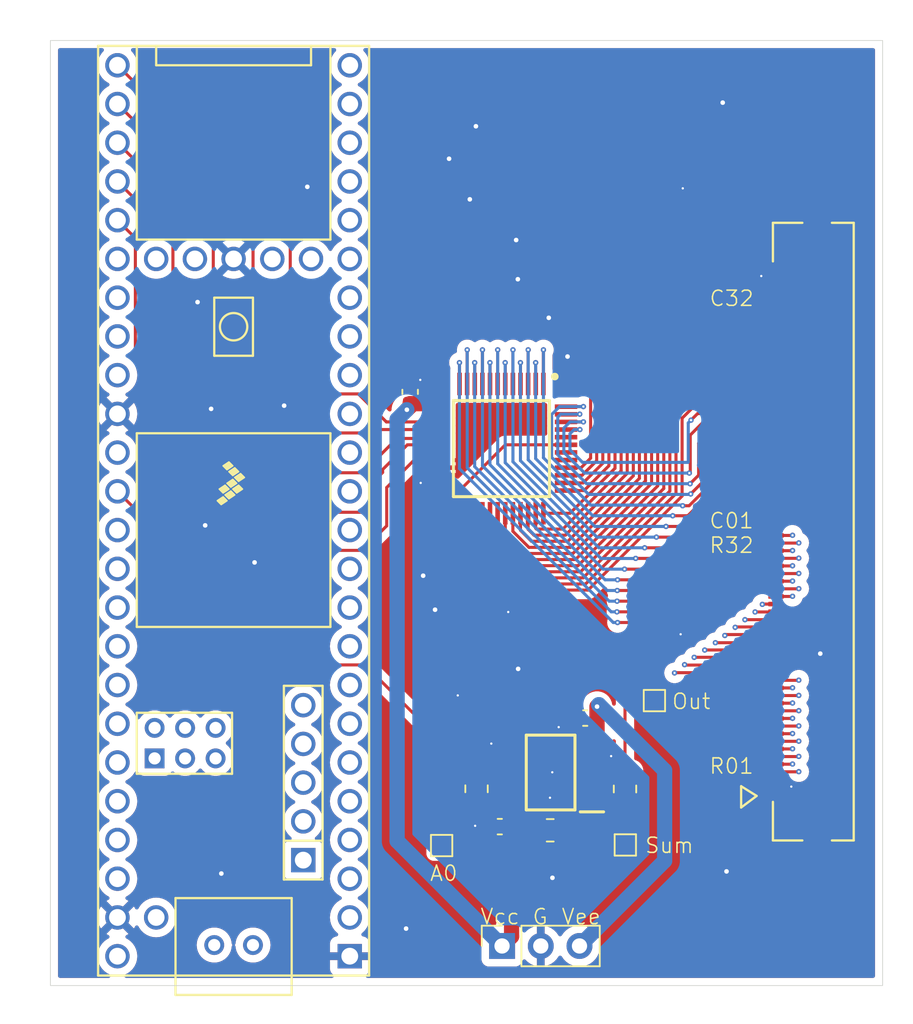
<source format=kicad_pcb>
(kicad_pcb (version 20240108) (generator "pcbnew") (generator_version "8.0")
  (layers (0 "F.Cu" signal) (1 "In1.Cu" signal) (2 "In2.Cu" signal) (31 "B.Cu" signal) (34 "B.Paste" user) (35 "F.Paste" user) (36 "B.SilkS" user "B.Silkscreen") (37 "F.SilkS" user "F.Silkscreen") (38 "B.Mask" user) (39 "F.Mask" user) (44 "Edge.Cuts" user))
  (net 0 "")
  (net 1 "VCC")
  (net 2 "GND")
  (net 3 "VEE")
  (net 4 "c12")
  (net 5 "c5")
  (net 6 "c1")
  (net 7 "mux0")
  (net 8 "c9")
  (net 9 "mux3")
  (net 10 "c2")
  (net 11 "c22")
  (net 12 "c30")
  (net 13 "c10")
  (net 15 "c20")
  (net 17 "c29")
  (net 18 "c32")
  (net 19 "c11")
  (net 20 "c31")
  (net 21 "c27")
  (net 22 "c14")
  (net 23 "c17")
  (net 24 "c23")
  (net 25 "c7")
  (net 26 "c15")
  (net 27 "c4")
  (net 28 "c13")
  (net 29 "c28")
  (net 30 "c8")
  (net 31 "mux2")
  (net 32 "mux1")
  (net 33 "c16")
  (net 34 "c21")
  (net 35 "c24")
  (net 37 "out")
  (net 38 "c18")
  (net 39 "c26")
  (net 40 "mux4")
  (net 41 "c25")
  (net 42 "c3")
  (net 43 "c19")
  (net 44 "c6")
  (net 45 "Net-(IC2-IN2-)")
  (net 46 "A0")
  (net 47 "Net-(IC2-OUT1)")
  (net 48 "r21")
  (net 49 "r28")
  (net 50 "r9")
  (net 51 "r32")
  (net 52 "r29")
  (net 53 "r2")
  (net 54 "r24")
  (net 55 "r23")
  (net 56 "r6")
  (net 57 "r7")
  (net 58 "r27")
  (net 59 "r11")
  (net 60 "r20")
  (net 61 "r30")
  (net 62 "r19")
  (net 63 "r26")
  (net 64 "r22")
  (net 65 "r18")
  (net 66 "r4")
  (net 67 "r8")
  (net 68 "r14")
  (net 69 "r3")
  (net 70 "r31")
  (net 71 "r17")
  (net 72 "r16")
  (net 73 "r13")
  (net 74 "r10")
  (net 75 "r5")
  (net 76 "r25")
  (net 77 "r15")
  (net 78 "r1")
  (net 79 "r12")
  (footprint "KiCAD Library:QFP50P900X900X120-48N" (layer "F.Cu") (at 96.875 82.917 -90)
    (property "Reference" "IC1" (hide yes))
    (property "Value" "ADG732BSUZ" (hide yes))
  )
  (footprint "TestPoint:TestPoint_Pad_1.0x1.0mm" (layer "F.Cu") (at 106.91 99.44)
    (property "Reference" "TP1" (hide yes))
    (property "Value" "TestPoint" (hide yes))
  )
  (footprint "Resistor_SMD:R_0805_2012Metric" (layer "F.Cu") (at 100.0735 107.945 180)
    (property "Reference" "R2" (hide yes))
    (property "Value" "R" (hide yes))
  )
  (footprint "TestPoint:TestPoint_Pad_1.0x1.0mm" (layer "F.Cu") (at 105.001 108.905 180)
    (property "Reference" "TP2" (hide yes))
    (property "Value" "TestPoint" (hide yes))
  )
  (footprint "Resistor_SMD:R_0805_2012Metric" (layer "F.Cu") (at 95.241 105.2225 90)
    (property "Reference" "R3" (hide yes))
    (property "Value" "R" (hide yes))
  )
  (footprint "Capacitor_SMD:C_0603_1608Metric" (layer "F.Cu") (at 90.885 79.195 90)
    (property "Reference" "C1" (hide yes))
    (property "Value" "C" (hide yes))
  )
  (footprint "KiCAD Library:SOIC127P600X175-8N" (layer "F.Cu") (at 100.101 104.155 180)
    (property "Reference" "IC2" (hide yes))
    (property "Value" "LM358BAIDR" (hide yes))
  )
  (footprint "TestPoint:TestPoint_Pad_1.0x1.0mm" (layer "F.Cu") (at 92.951 108.945 180)
    (property "Reference" "TP3" (hide yes))
    (property "Value" "TestPoint" (hide yes))
  )
  (footprint "KiCAD Library:5051107091" (layer "F.Cu") (at 117.33435 88.36 90)
    (property "Reference" "J3" (hide yes))
    (property "Value" "5051107091")
  )
  (footprint "Resistor_SMD:R_0805_2012Metric" (layer "F.Cu") (at 104.981 105.235 -90)
    (property "Reference" "R1" (hide yes))
    (property "Value" "R" (hide yes))
  )
  (footprint "Capacitor_SMD:C_0603_1608Metric" (layer "F.Cu") (at 96.766 107.705 180)
    (property "Reference" "C4" (hide yes))
    (property "Value" "C" (hide yes))
  )
  (footprint "Connector_PinSocket_2.54mm:PinSocket_1x03_P2.54mm_Vertical" (layer "F.Cu") (at 96.914695 115.529284 90)
    (property "Reference" "J2" (hide yes))
    (property "Value" "Conn_01x03_Pin" (hide yes))
  )
  (footprint "teensy.pretty-master:Teensy41" (layer "F.Cu") (at 79.304695 86.989284 90)
    (property "Reference" "U1" (hide yes))
    (property "Value" "Teensy4.1" (hide yes))
  )
  (footprint "Capacitor_SMD:C_0603_1608Metric" (layer "F.Cu") (at 102.371 100.585 180)
    (property "Reference" "C3" (hide yes))
    (property "Value" "C" (hide yes))
  )
  (gr_rect (start 67.289695 56.154284) (end 121.879695 118.124284) (stroke (width 0.05)) (fill none) (layer "Edge.Cuts"))
  (gr_text "C01\nR32" (at 110.45 89.84 0) (layer "F.SilkS") (effects (font (size 1 1) (thickness 0.1)) (justify left bottom)))
  (gr_text "Vcc" (at 95.43 114.19 0) (layer "F.SilkS") (effects (font (size 1 1) (thickness 0.1)) (justify left bottom)))
  (gr_text "C32" (at 110.46 73.65 0) (layer "F.SilkS") (effects (font (size 1 1) (thickness 0.1)) (justify left bottom)))
  (gr_text "Vee" (at 100.754695 114.194284 0) (layer "F.SilkS") (effects (font (size 1 1) (thickness 0.1)) (justify left bottom)))
  (gr_text "R01" (at 110.45 104.32 0) (layer "F.SilkS") (effects (font (size 1 1) (thickness 0.1)) (justify left bottom)))
  (gr_text "G" (at 98.849695 114.199284 0) (layer "F.SilkS") (effects (font (size 1 1) (thickness 0.1)) (justify left bottom)))
  (gr_text "Out" (at 108 100.08 0) (layer "F.SilkS") (effects (font (size 1 1) (thickness 0.1)) (justify left bottom)))
  (gr_text "A0" (at 92.12 111.35 0) (layer "F.SilkS") (effects (font (size 1 1) (thickness 0.1)) (justify left bottom)))
  (gr_text "Sum" (at 106.23 109.52 0) (layer "F.SilkS") (effects (font (size 1 1) (thickness 0.1)) (justify left bottom)))
  (segment (start 97.39 106.06) (end 97.39 107.554) (width 1) (layer "F.Cu") (net 1))
  (segment (start 90.885 79.97) (end 92.29 79.97) (width 1) (layer "F.Cu") (net 1))
  (segment (start 97.541 107.705) (end 97.541 108.73) (width 0.2) (layer "F.Cu") (net 1))
  (segment (start 92.29 79.97) (end 92.637 80.317) (width 1) (layer "F.Cu") (net 1))
  (segment (start 90.885 80.152) (end 90.67 80.367) (width 1) (layer "F.Cu") (net 1))
  (segment (start 96.914695 115.529284) (end 97.541 114.902979) (width 1) (layer "F.Cu") (net 1))
  (segment (start 97.541 114.902979) (end 97.541 107.705) (width 1) (layer "F.Cu") (net 1))
  (segment (start 97.39 107.554) (end 97.541 107.705) (width 1) (layer "F.Cu") (net 1))
  (segment (start 90.885 79.97) (end 90.885 80.152) (width 1) (layer "F.Cu") (net 1))
  (via (at 90.67 80.367) (size 0.6) (drill 0.3) (layers "F.Cu" "B.Cu") (net 1))
  (segment (start 90.03 81.007) (end 90.03 108.644589) (width 1) (layer "B.Cu") (net 1))
  (segment (start 90.03 108.644589) (end 96.914695 115.529284) (width 1) (layer "B.Cu") (net 1))
  (segment (start 90.67 80.367) (end 90.03 81.007) (width 1) (layer "B.Cu") (net 1))
  (segment (start 101.225 100.585) (end 100.63 101.18) (width 0.2) (layer "F.Cu") (net 2))
  (segment (start 97.39 102.25) (end 96.22 102.25) (width 0.2) (layer "F.Cu") (net 2))
  (segment (start 115.859998 105.110002) (end 115.89 105.08) (width 0.2) (layer "F.Cu") (net 2))
  (segment (start 95.991 107.705) (end 95.205 107.705) (width 0.2) (layer "F.Cu") (net 2))
  (segment (start 114.88435 71.61) (end 113.93 71.61) (width 0.2) (layer "F.Cu") (net 2))
  (segment (start 91.578 85.167) (end 92.637 85.167) (width 0.2) (layer "F.Cu") (net 2))
  (segment (start 92.637 85.667) (end 92.637 85.167) (width 0.2) (layer "F.Cu") (net 2))
  (segment (start 114.88435 104.610001) (end 114.88435 105.610001) (width 0.2) (layer "F.Cu") (net 2))
  (segment (start 114.88435 105.110002) (end 115.859998 105.110002) (width 0.2) (layer "F.Cu") (net 2))
  (segment (start 114.88435 72.110002) (end 114.88435 71.110001) (width 0.2) (layer "F.Cu") (net 2))
  (segment (start 102.812 103.52) (end 103.63 103.52) (width 0.2) (layer "F.Cu") (net 2))
  (segment (start 103.63 103.52) (end 104.07 103.08) (width 0.2) (layer "F.Cu") (net 2))
  (segment (start 96.22 102.25) (end 96.21 102.26) (width 0.2) (layer "F.Cu") (net 2))
  (segment (start 101.596 100.585) (end 101.225 100.585) (width 0.2) (layer "F.Cu") (net 2))
  (segment (start 113.93 71.61) (end 113.92 71.6) (width 0.2) (layer "F.Cu") (net 2))
  (segment (start 91.54 78.42) (end 91.55 78.41) (width 0.2) (layer "F.Cu") (net 2))
  (segment (start 92.637 85.667) (end 92.628 85.667) (width 0.2) (layer "F.Cu") (net 2))
  (segment (start 92.637 85.167) (end 92.637 83.667) (width 0.2) (layer "F.Cu") (net 2))
  (segment (start 90.885 78.42) (end 91.54 78.42) (width 0.2) (layer "F.Cu") (net 2))
  (segment (start 95.205 107.705) (end 95.15 107.65) (width 0.2) (layer "F.Cu") (net 2))
  (via (at 100.21 104.14) (size 0.35) (drill 0.15) (layers "F.Cu" "B.Cu") (net 2))
  (via (at 108.77 65.85) (size 0.35) (drill 0.15) (layers "F.Cu" "B.Cu") (net 2))
  (via (at 95.2 61.78) (size 0.6) (drill 0.3) (layers "F.Cu" "B.Cu") (net 2))
  (via (at 113.92 71.6) (size 0.35) (drill 0.15) (layers "F.Cu" "B.Cu") (net 2))
  (via (at 97.32 93.63) (size 0.35) (drill 0.15) (layers "F.Cu" "B.Cu") (net 2))
  (via (at 91.55 78.41) (size 0.35) (drill 0.15) (layers "F.Cu" "B.Cu") (net 2))
  (via (at 91.74 91.25) (size 0.6) (drill 0.3) (layers "F.Cu" "B.Cu") (net 2))
  (via (at 76.94 73.31) (size 0.6) (drill 0.3) (layers "F.Cu" "B.Cu") (net 2))
  (via (at 104.07 103.08) (size 0.35) (drill 0.15) (layers "F.Cu" "B.Cu") (net 2))
  (via (at 108.63 95.09) (size 0.35) (drill 0.15) (layers "F.Cu" "B.Cu") (net 2))
  (via (at 80.68 90.38) (size 0.6) (drill 0.3) (layers "F.Cu" "B.Cu") (net 2))
  (via (at 78.5 110.78) (size 0.6) (drill 0.3) (layers "F.Cu" "B.Cu") (net 2))
  (via (at 95.15 107.65) (size 0.35) (drill 0.15) (layers "F.Cu" "B.Cu") (net 2))
  (via (at 82.62 80.1) (size 0.6) (drill 0.3) (layers "F.Cu" "B.Cu") (net 2))
  (via (at 100.22 111.06) (size 0.6) (drill 0.3) (layers "F.Cu" "B.Cu") (net 2))
  (via (at 94.01 99.1) (size 0.35) (drill 0.15) (layers "F.Cu" "B.Cu") (net 2))
  (via (at 94.8 66.57) (size 0.6) (drill 0.3) (layers "F.Cu" "B.Cu") (net 2))
  (via (at 77.83 80.31) (size 0.6) (drill 0.3) (layers "F.Cu" "B.Cu") (net 2))
  (via (at 90.62 114.39) (size 0.6) (drill 0.3) (layers "F.Cu" "B.Cu") (net 2))
  (via (at 97.84 69.24) (size 0.6) (drill 0.3) (layers "F.Cu" "B.Cu") (net 2))
  (via (at 100.06 105.81) (size 0.35) (drill 0.15) (layers "F.Cu" "B.Cu") (net 2))
  (via (at 97.95 71.81) (size 0.6) (drill 0.3) (layers "F.Cu" "B.Cu") (net 2))
  (via (at 117.79 96.36) (size 0.6) (drill 0.3) (layers "F.Cu" "B.Cu") (net 2))
  (via (at 99.98 74.34) (size 0.6) (drill 0.3) (layers "F.Cu" "B.Cu") (net 2))
  (via (at 93.44 63.91) (size 0.6) (drill 0.3) (layers "F.Cu" "B.Cu") (net 2))
  (via (at 97.97 97.36) (size 0.6) (drill 0.3) (layers "F.Cu" "B.Cu") (net 2))
  (via (at 111.39 60.23) (size 0.6) (drill 0.3) (layers "F.Cu" "B.Cu") (net 2))
  (via (at 100.63 101.18) (size 0.35) (drill 0.15) (layers "F.Cu" "B.Cu") (net 2))
  (via (at 84.14 65.75) (size 0.6) (drill 0.3) (layers "F.Cu" "B.Cu") (net 2))
  (via (at 91.578 85.167) (size 0.35) (drill 0.15) (layers "F.Cu" "B.Cu") (net 2))
  (via (at 77.44 87.95) (size 0.6) (drill 0.3) (layers "F.Cu" "B.Cu") (net 2))
  (via (at 96.21 102.26) (size 0.35) (drill 0.15) (layers "F.Cu" "B.Cu") (net 2))
  (via (at 115.89 105.08) (size 0.35) (drill 0.15) (layers "F.Cu" "B.Cu") (net 2))
  (via (at 111.64 110.64) (size 0.6) (drill 0.3) (layers "F.Cu" "B.Cu") (net 2))
  (via (at 101.21 76.88) (size 0.6) (drill 0.3) (layers "F.Cu" "B.Cu") (net 2))
  (via (at 92.52 93.48) (size 0.6) (drill 0.3) (layers "F.Cu" "B.Cu") (net 2))
  (segment (start 103.146 100.585) (end 103.146 99.834) (width 1) (layer "F.Cu") (net 3))
  (segment (start 103.146 101.916) (end 102.812 102.25) (width 0.2) (layer "F.Cu") (net 3))
  (segment (start 103.146 99.834) (end 103.27 99.71) (width 0.2) (layer "F.Cu") (net 3))
  (segment (start 103.146 101.916) (end 103.146 99.834) (width 1) (layer "F.Cu") (net 3))
  (segment (start 103.146 100.585) (end 103.146 101.916) (width 0.2) (layer "F.Cu") (net 3))
  (via (at 103.146 99.834) (size 0.6) (drill 0.3) (layers "F.Cu" "B.Cu") (net 3))
  (segment (start 107.58 109.943979) (end 107.58 104.02) (width 1) (layer "B.Cu") (net 3))
  (segment (start 101.994695 115.529284) (end 107.58 109.943979) (width 1) (layer "B.Cu") (net 3))
  (segment (start 107.58 104.02) (end 103.27 99.71) (width 1) (layer "B.Cu") (net 3))
  (segment (start 103.27 99.71) (end 103.25 99.71) (width 1) (layer "B.Cu") (net 3))
  (segment (start 110.805 85.046752) (end 110.805 83.065) (width 0.2) (layer "F.Cu") (net 4))
  (segment (start 111.259999 82.610001) (end 114.88435 82.610001) (width 0.2) (layer "F.Cu") (net 4))
  (segment (start 109.189481 86.662271) (end 110.805 85.046752) (width 0.2) (layer "F.Cu") (net 4))
  (segment (start 99.625 78.679) (end 99.625 76.445) (width 0.2) (layer "F.Cu") (net 4))
  (segment (start 99.625 76.445) (end 99.63 76.44) (width 0.2) (layer "F.Cu") (net 4))
  (segment (start 108.762271 86.662271) (end 109.189481 86.662271) (width 0.2) (layer "F.Cu") (net 4))
  (segment (start 110.805 83.065) (end 111.259999 82.610001) (width 0.2) (layer "F.Cu") (net 4))
  (via (at 108.762271 86.662271) (size 0.35) (drill 0.15) (layers "F.Cu" "B.Cu") (net 4))
  (via (at 99.63 76.44) (size 0.35) (drill 0.15) (layers "F.Cu" "B.Cu") (net 4))
  (segment (start 99.63 83.517454) (end 102.732546 86.62) (width 0.2) (layer "B.Cu") (net 4))
  (segment (start 99.63 76.44) (end 99.63 83.517454) (width 0.2) (layer "B.Cu") (net 4))
  (segment (start 108.72 86.62) (end 108.762271 86.662271) (width 0.2) (layer "B.Cu") (net 4))
  (segment (start 102.732546 86.62) (end 108.22 86.62) (width 0.2) (layer "B.Cu") (net 4))
  (segment (start 104.21 86.62) (end 108.72 86.62) (width 0.2) (layer "B.Cu") (net 4))
  (segment (start 108.291553 91.52) (end 113.70155 86.110002) (width 0.2) (layer "F.Cu") (net 5))
  (segment (start 113.70155 86.110002) (end 114.88435 86.110002) (width 0.2) (layer "F.Cu") (net 5))
  (segment (start 104.49 91.52) (end 108.291553 91.52) (width 0.2) (layer "F.Cu") (net 5))
  (segment (start 96.125 77.285) (end 96.12 77.28) (width 0.2) (layer "F.Cu") (net 5))
  (segment (start 96.125 78.679) (end 96.125 77.285) (width 0.2) (layer "F.Cu") (net 5))
  (via (at 104.49 91.52) (size 0.35) (drill 0.15) (layers "F.Cu" "B.Cu") (net 5))
  (via (at 96.12 77.28) (size 0.35) (drill 0.15) (layers "F.Cu" "B.Cu") (net 5))
  (segment (start 104.49 91.52) (end 103.672744 91.52) (width 0.2) (layer "B.Cu") (net 5))
  (segment (start 103.672744 91.52) (end 96.12 83.967256) (width 0.2) (layer "B.Cu") (net 5))
  (segment (start 96.12 83.967256) (end 96.12 77.28) (width 0.2) (layer "B.Cu") (net 5))
  (segment (start 113.964296 88.11) (end 114.88435 88.11) (width 0.2) (layer "F.Cu") (net 6))
  (segment (start 107.754297 94.32) (end 113.964296 88.11) (width 0.2) (layer "F.Cu") (net 6))
  (segment (start 104.49 94.32) (end 107.754297 94.32) (width 0.2) (layer "F.Cu") (net 6))
  (segment (start 94.125 77.285) (end 94.12 77.28) (width 0.2) (layer "F.Cu") (net 6))
  (segment (start 94.125 78.679) (end 94.125 77.285) (width 0.2) (layer "F.Cu") (net 6))
  (via (at 94.12 77.28) (size 0.35) (drill 0.15) (layers "F.Cu" "B.Cu") (net 6))
  (via (at 104.49 94.32) (size 0.35) (drill 0.15) (layers "F.Cu" "B.Cu") (net 6))
  (segment (start 104.49 94.32) (end 104.21 94.32) (width 0.2) (layer "B.Cu") (net 6))
  (segment (start 94.12 84.23) (end 94.12 77.28) (width 0.2) (layer "B.Cu") (net 6))
  (segment (start 104.21 94.32) (end 94.12 84.23) (width 0.2) (layer "B.Cu") (net 6))
  (segment (start 85.82 79.33) (end 83.02 76.53) (width 0.2) (layer "F.Cu") (net 7))
  (segment (start 87.49 79.33) (end 85.82 79.33) (width 0.2) (layer "F.Cu") (net 7))
  (segment (start 83.02 69.114589) (end 71.684695 57.779284) (width 0.2) (layer "F.Cu") (net 7))
  (segment (start 83.02 76.53) (end 83.02 69.114589) (width 0.2) (layer "F.Cu") (net 7))
  (segment (start 89.327 81.167) (end 87.49 79.33) (width 0.2) (layer "F.Cu") (net 7))
  (segment (start 92.637 81.167) (end 89.327 81.167) (width 0.2) (layer "F.Cu") (net 7))
  (segment (start 108.828809 88.72) (end 112.005 85.543808) (width 0.2) (layer "F.Cu") (net 8))
  (segment (start 98.125 77.285) (end 98.12 77.28) (width 0.2) (layer "F.Cu") (net 8))
  (segment (start 112.005 84.6) (end 112.494999 84.110001) (width 0.2) (layer "F.Cu") (net 8))
  (segment (start 107.04 88.72) (end 108.828809 88.72) (width 0.2) (layer "F.Cu") (net 8))
  (segment (start 112.494999 84.110001) (end 114.88435 84.110001) (width 0.2) (layer "F.Cu") (net 8))
  (segment (start 112.005 85.543808) (end 112.005 84.6) (width 0.2) (layer "F.Cu") (net 8))
  (segment (start 98.125 78.679) (end 98.125 77.285) (width 0.2) (layer "F.Cu") (net 8))
  (via (at 98.12 77.28) (size 0.35) (drill 0.15) (layers "F.Cu" "B.Cu") (net 8))
  (via (at 107.04 88.72) (size 0.35) (drill 0.15) (layers "F.Cu" "B.Cu") (net 8))
  (segment (start 98.12 83.704512) (end 98.12 77.28) (width 0.2) (layer "B.Cu") (net 8))
  (segment (start 107.04 88.72) (end 103.135488 88.72) (width 0.2) (layer "B.Cu") (net 8))
  (segment (start 103.135488 88.72) (end 98.12 83.704512) (width 0.2) (layer "B.Cu") (net 8))
  (segment (start 90.703 82.667) (end 92.637 82.667) (width 0.2) (layer "F.Cu") (net 9))
  (segment (start 87.75 87.09) (end 88.67 86.17) (width 0.2) (layer "F.Cu") (net 9))
  (segment (start 88.67 86.17) (end 88.67 84.89) (width 0.2) (layer "F.Cu") (net 9))
  (segment (start 89.08 84.29) (end 90.703 82.667) (width 0.2) (layer "F.Cu") (net 9))
  (segment (start 86.16 87.09) (end 87.75 87.09) (width 0.2) (layer "F.Cu") (net 9))
  (segment (start 71.684695 65.399284) (end 75.324695 69.039284) (width 0.2) (layer "F.Cu") (net 9))
  (segment (start 88.67 84.89) (end 89.08 84.48) (width 0.2) (layer "F.Cu") (net 9))
  (segment (start 75.324695 69.039284) (end 75.324695 76.254695) (width 0.2) (layer "F.Cu") (net 9))
  (segment (start 75.324695 76.254695) (end 86.16 87.09) (width 0.2) (layer "F.Cu") (net 9))
  (segment (start 89.08 84.48) (end 89.08 84.29) (width 0.2) (layer "F.Cu") (net 9))
  (segment (start 107.888611 93.62) (end 113.898608 87.610002) (width 0.2) (layer "F.Cu") (net 10))
  (segment (start 104.45 93.62) (end 107.888611 93.62) (width 0.2) (layer "F.Cu") (net 10))
  (segment (start 113.898608 87.610002) (end 114.88435 87.610002) (width 0.2) (layer "F.Cu") (net 10))
  (segment (start 94.625 78.679) (end 94.625 76.445) (width 0.2) (layer "F.Cu") (net 10))
  (segment (start 94.625 76.445) (end 94.63 76.44) (width 0.2) (layer "F.Cu") (net 10))
  (via (at 104.45 93.62) (size 0.35) (drill 0.15) (layers "F.Cu" "B.Cu") (net 10))
  (via (at 94.63 76.44) (size 0.35) (drill 0.15) (layers "F.Cu" "B.Cu") (net 10))
  (segment (start 94.63 76.44) (end 94.63 84.174314) (width 0.2) (layer "B.Cu") (net 10))
  (segment (start 94.63 84.174314) (end 104.075686 93.62) (width 0.2) (layer "B.Cu") (net 10))
  (segment (start 104.075686 93.62) (end 104.45 93.62) (width 0.2) (layer "B.Cu") (net 10))
  (segment (start 111.33 77.610001) (end 114.88435 77.610001) (width 0.2) (layer "F.Cu") (net 11))
  (segment (start 98.26 90.1925) (end 96.625 88.5575) (width 0.2) (layer "F.Cu") (net 11))
  (segment (start 111.42 77.620001) (end 111.32 77.620001) (width 0.2) (layer "F.Cu") (net 11))
  (segment (start 106.725 85.19936) (end 101.731856 90.1925) (width 0.2) (layer "F.Cu") (net 11))
  (segment (start 111.32 77.620001) (end 111.33 77.610001) (width 0.2) (layer "F.Cu") (net 11))
  (segment (start 101.731856 90.1925) (end 98.26 90.1925) (width 0.2) (layer "F.Cu") (net 11))
  (segment (start 106.725 78.285) (end 106.725 85.19936) (width 0.2) (layer "F.Cu") (net 11))
  (segment (start 107.389999 77.620001) (end 106.725 78.285) (width 0.2) (layer "F.Cu") (net 11))
  (segment (start 111.32 77.620001) (end 107.389999 77.620001) (width 0.2) (layer "F.Cu") (net 11))
  (segment (start 96.625 88.5575) (end 96.625 87.155) (width 0.2) (layer "F.Cu") (net 11))
  (segment (start 101.113 85.167) (end 102.231872 85.167) (width 0.2) (layer "F.Cu") (net 12))
  (segment (start 111.42 73.620002) (end 111.43 73.610002) (width 0.2) (layer "F.Cu") (net 12))
  (segment (start 103.525 83.873872) (end 103.525 74.655) (width 0.2) (layer "F.Cu") (net 12))
  (segment (start 104.559998 73.620002) (end 111.42 73.620002) (width 0.2) (layer "F.Cu") (net 12))
  (segment (start 103.525 74.655) (end 104.559998 73.620002) (width 0.2) (layer "F.Cu") (net 12))
  (segment (start 111.43 73.610002) (end 114.88435 73.610002) (width 0.2) (layer "F.Cu") (net 12))
  (segment (start 102.231872 85.167) (end 103.525 83.873872) (width 0.2) (layer "F.Cu") (net 12))
  (segment (start 111.605 85.378123) (end 111.605 84.41) (width 0.2) (layer "F.Cu") (net 13))
  (segment (start 112.404998 83.610002) (end 114.88435 83.610002) (width 0.2) (layer "F.Cu") (net 13))
  (segment (start 107.67 88.02) (end 108.963123 88.02) (width 0.2) (layer "F.Cu") (net 13))
  (segment (start 98.625 78.679) (end 98.625 76.445) (width 0.2) (layer "F.Cu") (net 13))
  (segment (start 98.625 76.445) (end 98.63 76.44) (width 0.2) (layer "F.Cu") (net 13))
  (segment (start 108.963123 88.02) (end 111.605 85.378123) (width 0.2) (layer "F.Cu") (net 13))
  (segment (start 111.605 84.41) (end 112.404998 83.610002) (width 0.2) (layer "F.Cu") (net 13))
  (via (at 107.67 88.02) (size 0.35) (drill 0.15) (layers "F.Cu" "B.Cu") (net 13))
  (via (at 98.63 76.44) (size 0.35) (drill 0.15) (layers "F.Cu" "B.Cu") (net 13))
  (segment (start 104.21 88.02) (end 107.67 88.02) (width 0.2) (layer "B.Cu") (net 13))
  (segment (start 98.63 83.648826) (end 98.63 76.44) (width 0.2) (layer "B.Cu") (net 13))
  (segment (start 103.001174 88.02) (end 98.63 83.648826) (width 0.2) (layer "B.Cu") (net 13))
  (segment (start 107.67 88.02) (end 103.001174 88.02) (width 0.2) (layer "B.Cu") (net 13))
  (segment (start 95.625 87.155) (end 95.625 88.688872) (width 0.2) (layer "F.Cu") (net 15))
  (segment (start 111.43 78.610002) (end 114.88435 78.610002) (width 0.2) (layer "F.Cu") (net 15))
  (segment (start 97.928628 90.9925) (end 102.063226 90.9925) (width 0.2) (layer "F.Cu") (net 15))
  (segment (start 95.625 88.688872) (end 97.928628 90.9925) (width 0.2) (layer "F.Cu") (net 15))
  (segment (start 107.525 79.275) (end 108.179998 78.620002) (width 0.2) (layer "F.Cu") (net 15))
  (segment (start 111.42 78.620002) (end 111.43 78.610002) (width 0.2) (layer "F.Cu") (net 15))
  (segment (start 102.063226 90.9925) (end 107.525 85.530732) (width 0.2) (layer "F.Cu") (net 15))
  (segment (start 108.179998 78.620002) (end 111.42 78.620002) (width 0.2) (layer "F.Cu") (net 15))
  (segment (start 107.525 85.530732) (end 107.525 79.275) (width 0.2) (layer "F.Cu") (net 15))
  (segment (start 103.925 75.115) (end 103.925 84.039558) (width 0.2) (layer "F.Cu") (net 17))
  (segment (start 102.297558 85.667) (end 101.113 85.667) (width 0.2) (layer "F.Cu") (net 17))
  (segment (start 111.42 74.120001) (end 111.43 74.110001) (width 0.2) (layer "F.Cu") (net 17))
  (segment (start 103.925 84.039558) (end 102.297558 85.667) (width 0.2) (layer "F.Cu") (net 17))
  (segment (start 111.43 74.110001) (end 114.88435 74.110001) (width 0.2) (layer "F.Cu") (net 17))
  (segment (start 111.42 74.120001) (end 104.919999 74.120001) (width 0.2) (layer "F.Cu") (net 17))
  (segment (start 104.919999 74.120001) (end 103.925 75.115) (width 0.2) (layer "F.Cu") (net 17))
  (segment (start 110.2 72.62) (end 110.38 72.62) (width 0.2) (layer "F.Cu") (net 18))
  (segment (start 101.113 84.167) (end 102.1005 84.167) (width 0.2) (layer "F.Cu") (net 18))
  (segment (start 103.72 72.62) (end 108.22 72.62) (width 0.2) (layer "F.Cu") (net 18))
  (segment (start 111.259999 72.610001) (end 114.88435 72.610001) (width 0.2) (layer "F.Cu") (net 18))
  (segment (start 111.08 72.62) (end 110.38 72.62) (width 0.2) (layer "F.Cu") (net 18))
  (segment (start 111.25 72.62) (end 110.2 72.62) (width 0.2) (layer "F.Cu") (net 18))
  (segment (start 107.28 72.62) (end 110.2 72.62) (width 0.2) (layer "F.Cu") (net 18))
  (segment (start 102.725 73.615) (end 103.72 72.62) (width 0.2) (layer "F.Cu") (net 18))
  (segment (start 111.25 72.62) (end 111.259999 72.610001) (width 0.2) (layer "F.Cu") (net 18))
  (segment (start 102.725 83.5425) (end 102.725 73.615) (width 0.2) (layer "F.Cu") (net 18))
  (segment (start 102.1005 84.167) (end 102.725 83.5425) (width 0.2) (layer "F.Cu") (net 18))
  (segment (start 111.205 83.775) (end 111.87 83.11) (width 0.2) (layer "F.Cu") (net 19))
  (segment (start 108.11 87.32) (end 109.097437 87.32) (width 0.2) (layer "F.Cu") (net 19))
  (segment (start 99.125 78.679) (end 99.125 77.285) (width 0.2) (layer "F.Cu") (net 19))
  (segment (start 111.205 85.212437) (end 111.205 83.775) (width 0.2) (layer "F.Cu") (net 19))
  (segment (start 99.125 77.285) (end 99.12 77.28) (width 0.2) (layer "F.Cu") (net 19))
  (segment (start 111.87 83.11) (end 114.88435 83.11) (width 0.2) (layer "F.Cu") (net 19))
  (segment (start 109.097437 87.32) (end 111.205 85.212437) (width 0.2) (layer "F.Cu") (net 19))
  (via (at 108.11 87.32) (size 0.35) (drill 0.15) (layers "F.Cu" "B.Cu") (net 19))
  (via (at 99.12 77.28) (size 0.35) (drill 0.15) (layers "F.Cu" "B.Cu") (net 19))
  (segment (start 108.11 87.32) (end 102.86686 87.32) (width 0.2) (layer "B.Cu") (net 19))
  (segment (start 102.86686 87.32) (end 99.12 83.57314) (width 0.2) (layer "B.Cu") (net 19))
  (segment (start 99.12 83.57314) (end 99.12 77.28) (width 0.2) (layer "B.Cu") (net 19))
  (segment (start 102.166186 84.667) (end 103.125 83.708186) (width 0.2) (layer "F.Cu") (net 20))
  (segment (start 111.43 73.11) (end 114.88435 73.11) (width 0.2) (layer "F.Cu") (net 20))
  (segment (start 103.125 74.405) (end 104.41 73.12) (width 0.2) (layer "F.Cu") (net 20))
  (segment (start 103.125 83.708186) (end 103.125 74.405) (width 0.2) (layer "F.Cu") (net 20))
  (segment (start 101.113 84.667) (end 102.166186 84.667) (width 0.2) (layer "F.Cu") (net 20))
  (segment (start 104.41 73.12) (end 111.42 73.12) (width 0.2) (layer "F.Cu") (net 20))
  (segment (start 111.42 73.12) (end 111.43 73.11) (width 0.2) (layer "F.Cu") (net 20))
  (segment (start 99.175 88.1925) (end 100.90343 88.1925) (width 0.2) (layer "F.Cu") (net 21))
  (segment (start 111.43 75.110001) (end 114.88435 75.110001) (width 0.2) (layer "F.Cu") (net 21))
  (segment (start 104.725 76.305) (end 105.909999 75.120001) (width 0.2) (layer "F.Cu") (net 21))
  (segment (start 111.42 75.120001) (end 111.43 75.110001) (width 0.2) (layer "F.Cu") (net 21))
  (segment (start 104.725 84.370929) (end 104.725 76.305) (width 0.2) (layer "F.Cu") (net 21))
  (segment (start 99.125 87.155) (end 99.125 88.1425) (width 0.2) (layer "F.Cu") (net 21))
  (segment (start 100.90343 88.1925) (end 104.725 84.370929) (width 0.2) (layer "F.Cu") (net 21))
  (segment (start 99.125 88.1425) (end 99.175 88.1925) (width 0.2) (layer "F.Cu") (net 21))
  (segment (start 105.909999 75.120001) (end 111.42 75.120001) (width 0.2) (layer "F.Cu") (net 21))
  (segment (start 110.759999 81.620001) (end 111.42 81.620001) (width 0.2) (layer "F.Cu") (net 22))
  (segment (start 102.01 80.657) (end 101.113 80.657) (width 0.2) (layer "F.Cu") (net 22))
  (segment (start 109.25 85.22) (end 109.81 84.66) (width 0.2) (layer "F.Cu") (net 22))
  (segment (start 111.43 81.610001) (end 114.88435 81.610001) (width 0.2) (layer "F.Cu") (net 22))
  (segment (start 109.81 84.66) (end 109.81 82.57) (width 0.2) (layer "F.Cu") (net 22))
  (segment (start 111.42 81.620001) (end 111.43 81.610001) (width 0.2) (layer "F.Cu") (net 22))
  (segment (start 109.81 82.57) (end 110.759999 81.620001) (width 0.2) (layer "F.Cu") (net 22))
  (via (at 109.25 85.22) (size 0.35) (drill 0.15) (layers "F.Cu" "B.Cu") (net 22))
  (via (at 102.01 80.657) (size 0.35) (drill 0.15) (layers "F.Cu" "B.Cu") (net 22))
  (segment (start 100.57 80.845686) (end 100.57 83.326082) (width 0.2) (layer "B.Cu") (net 22))
  (segment (start 100.758686 80.657) (end 100.57 80.845686) (width 0.2) (layer "B.Cu") (net 22))
  (segment (start 102.01 80.657) (end 100.758686 80.657) (width 0.2) (layer "B.Cu") (net 22))
  (segment (start 104.21 85.22) (end 109.25 85.22) (width 0.2) (layer "B.Cu") (net 22))
  (segment (start 102.463918 85.22) (end 108.22 85.22) (width 0.2) (layer "B.Cu") (net 22))
  (segment (start 100.57 83.326082) (end 102.463918 85.22) (width 0.2) (layer "B.Cu") (net 22))
  (segment (start 111.42 80.120001) (end 109.529999 80.120001) (width 0.2) (layer "F.Cu") (net 23))
  (segment (start 97.43157 92.1925) (end 94.125 88.88593) (width 0.2) (layer "F.Cu") (net 23))
  (segment (start 109.529999 80.120001) (end 108.725 80.925) (width 0.2) (layer "F.Cu") (net 23))
  (segment (start 108.725 86.027782) (end 102.560282 92.1925) (width 0.2) (layer "F.Cu") (net 23))
  (segment (start 108.725 80.925) (end 108.725 86.027782) (width 0.2) (layer "F.Cu") (net 23))
  (segment (start 114.88435 80.110001) (end 111.43 80.110001) (width 0.2) (layer "F.Cu") (net 23))
  (segment (start 111.43 80.110001) (end 111.42 80.120001) (width 0.2) (layer "F.Cu") (net 23))
  (segment (start 102.560282 92.1925) (end 97.43157 92.1925) (width 0.2) (layer "F.Cu") (net 23))
  (segment (start 94.125 88.88593) (end 94.125 87.155) (width 0.2) (layer "F.Cu") (net 23))
  (segment (start 106.325 85.033674) (end 106.325 77.795) (width 0.2) (layer "F.Cu") (net 24))
  (segment (start 97.125 87.155) (end 97.125 88.405243) (width 0.2) (layer "F.Cu") (net 24))
  (segment (start 113.799998 77.110002) (end 114.88435 77.110002) (width 0.2) (layer "F.Cu") (net 24))
  (segment (start 98.512257 89.7925) (end 101.566171 89.7925) (width 0.2) (layer "F.Cu") (net 24))
  (segment (start 106.999998 77.120002) (end 113.789998 77.120002) (width 0.2) (layer "F.Cu") (net 24))
  (segment (start 113.789998 77.120002) (end 113.799998 77.110002) (width 0.2) (layer "F.Cu") (net 24))
  (segment (start 97.125 88.405243) (end 98.512257 89.7925) (width 0.2) (layer "F.Cu") (net 24))
  (segment (start 106.325 77.795) (end 106.999998 77.120002) (width 0.2) (layer "F.Cu") (net 24))
  (segment (start 101.566171 89.7925) (end 106.325 85.033674) (width 0.2) (layer "F.Cu") (net 24))
  (segment (start 105.68 90.115) (end 108.565181 90.115) (width 0.2) (layer "F.Cu") (net 25))
  (segment (start 112.805 85.543807) (end 113.238806 85.110001) (width 0.2) (layer "F.Cu") (net 25))
  (segment (start 112.805 85.875179) (end 112.805 85.543807) (width 0.2) (layer "F.Cu") (net 25))
  (segment (start 108.565181 90.115) (end 112.805 85.875179) (width 0.2) (layer "F.Cu") (net 25))
  (segment (start 113.238806 85.110001) (end 114.379695 85.110001) (width 0.2) (layer "F.Cu") (net 25))
  (segment (start 97.125 77.285) (end 97.12 77.28) (width 0.2) (layer "F.Cu") (net 25))
  (segment (start 97.125 78.679) (end 97.125 77.285) (width 0.2) (layer "F.Cu") (net 25))
  (via (at 97.12 77.28) (size 0.35) (drill 0.15) (layers "F.Cu" "B.Cu") (net 25))
  (via (at 105.68 90.115) (size 0.35) (drill 0.15) (layers "F.Cu" "B.Cu") (net 25))
  (segment (start 105.675 90.12) (end 103.404116 90.12) (width 0.2) (layer "B.Cu") (net 25))
  (segment (start 97.12 83.835884) (end 97.12 77.28) (width 0.2) (layer "B.Cu") (net 25))
  (segment (start 105.68 90.115) (end 105.675 90.12) (width 0.2) (layer "B.Cu") (net 25))
  (segment (start 103.404116 90.12) (end 97.12 83.835884) (width 0.2) (layer "B.Cu") (net 25))
  (segment (start 109.26 82.03) (end 110.169998 81.120002) (width 0.2) (layer "F.Cu") (net 26))
  (segment (start 111.43 81.110002) (end 114.88435 81.110002) (width 0.2) (layer "F.Cu") (net 26))
  (segment (start 110.169998 81.120002) (end 111.42 81.120002) (width 0.2) (layer "F.Cu") (net 26))
  (segment (start 102.243 81.17) (end 102.25 81.163) (width 0.2) (layer "F.Cu") (net 26))
  (segment (start 109.2 84.52) (end 109.26 84.46) (width 0.2) (layer "F.Cu") (net 26))
  (segment (start 109.26 84.46) (end 109.26 82.03) (width 0.2) (layer "F.Cu") (net 26))
  (segment (start 111.42 81.120002) (end 111.43 81.110002) (width 0.2) (layer "F.Cu") (net 26))
  (segment (start 101.113 81.17) (end 102.243 81.17) (width 0.2) (layer "F.Cu") (net 26))
  (via (at 102.25 81.163) (size 0.35) (drill 0.15) (layers "F.Cu" "B.Cu") (net 26))
  (via (at 109.2 84.52) (size 0.35) (drill 0.15) (layers "F.Cu" "B.Cu") (net 26))
  (segment (start 100.97 83.160396) (end 100.97 81.57) (width 0.2) (layer "B.Cu") (net 26))
  (segment (start 101.377 81.163) (end 102.25 81.163) (width 0.2) (layer "B.Cu") (net 26))
  (segment (start 100.97 81.57) (end 101.377 81.163) (width 0.2) (layer "B.Cu") (net 26))
  (segment (start 109.2 84.52) (end 102.329604 84.52) (width 0.2) (layer "B.Cu") (net 26))
  (segment (start 102.329604 84.52) (end 100.97 83.160396) (width 0.2) (layer "B.Cu") (net 26))
  (segment (start 95.625 78.679) (end 95.625 76.445) (width 0.2) (layer "F.Cu") (net 27))
  (segment (start 108.157239 92.22) (end 113.767237 86.610001) (width 0.2) (layer "F.Cu") (net 27))
  (segment (start 95.625 76.445) (end 95.63 76.44) (width 0.2) (layer "F.Cu") (net 27))
  (segment (start 104.47 92.22) (end 108.157239 92.22) (width 0.2) (layer "F.Cu") (net 27))
  (segment (start 113.767237 86.610001) (end 114.88435 86.610001) (width 0.2) (layer "F.Cu") (net 27))
  (via (at 95.63 76.44) (size 0.35) (drill 0.15) (layers "F.Cu" "B.Cu") (net 27))
  (via (at 104.47 92.22) (size 0.35) (drill 0.15) (layers "F.Cu" "B.Cu") (net 27))
  (segment (start 103.807058 92.22) (end 95.63 84.042942) (width 0.2) (layer "B.Cu") (net 27))
  (segment (start 95.63 84.042942) (end 95.63 76.44) (width 0.2) (layer "B.Cu") (net 27))
  (segment (start 104.47 92.22) (end 103.807058 92.22) (width 0.2) (layer "B.Cu") (net 27))
  (segment (start 111.43 82.110002) (end 114.88435 82.110002) (width 0.2) (layer "F.Cu") (net 28))
  (segment (start 101.113 80.167) (end 102.243 80.167) (width 0.2) (layer "F.Cu") (net 28))
  (segment (start 111.42 82.120002) (end 111.43 82.110002) (width 0.2) (layer "F.Cu") (net 28))
  (segment (start 110.405 82.555) (end 110.839998 82.120002) (width 0.2) (layer "F.Cu") (net 28))
  (segment (start 110.405 84.775) (end 110.405 82.555) (width 0.2) (layer "F.Cu") (net 28))
  (segment (start 102.243 80.167) (end 102.25 80.16) (width 0.2) (layer "F.Cu") (net 28))
  (segment (start 109.29 85.89) (end 110.405 84.775) (width 0.2) (layer "F.Cu") (net 28))
  (segment (start 110.839998 82.120002) (end 111.42 82.120002) (width 0.2) (layer "F.Cu") (net 28))
  (via (at 102.25 80.16) (size 0.35) (drill 0.15) (layers "F.Cu" "B.Cu") (net 28))
  (via (at 109.29 85.89) (size 0.35) (drill 0.15) (layers "F.Cu" "B.Cu") (net 28))
  (segment (start 109.29 85.89) (end 109.26 85.92) (width 0.2) (layer "B.Cu") (net 28))
  (segment (start 102.598232 85.92) (end 100.17 83.491768) (width 0.2) (layer "B.Cu") (net 28))
  (segment (start 100.17 80.68) (end 100.69 80.16) (width 0.2) (layer "B.Cu") (net 28))
  (segment (start 100.17 83.491768) (end 100.17 80.68) (width 0.2) (layer "B.Cu") (net 28))
  (segment (start 109.26 85.92) (end 102.598232 85.92) (width 0.2) (layer "B.Cu") (net 28))
  (segment (start 100.69 80.16) (end 102.25 80.16) (width 0.2) (layer "B.Cu") (net 28))
  (segment (start 101.375244 87.155) (end 104.325 84.205244) (width 0.2) (layer "F.Cu") (net 29))
  (segment (start 104.325 84.205244) (end 104.325 75.635) (width 0.2) (layer "F.Cu") (net 29))
  (segment (start 111.43 74.610002) (end 114.88435 74.610002) (width 0.2) (layer "F.Cu") (net 29))
  (segment (start 105.339998 74.620002) (end 111.42 74.620002) (width 0.2) (layer "F.Cu") (net 29))
  (segment (start 111.42 74.620002) (end 111.43 74.610002) (width 0.2) (layer "F.Cu") (net 29))
  (segment (start 104.325 75.635) (end 105.339998 74.620002) (width 0.2) (layer "F.Cu") (net 29))
  (segment (start 99.625 87.155) (end 101.375244 87.155) (width 0.2) (layer "F.Cu") (net 29))
  (segment (start 112.405 85.709493) (end 112.405 84.859351) (width 0.2) (layer "F.Cu") (net 30))
  (segment (start 112.654349 84.610002) (end 114.88435 84.610002) (width 0.2) (layer "F.Cu") (net 30))
  (segment (start 97.625 76.445) (end 97.63 76.44) (width 0.2) (layer "F.Cu") (net 30))
  (segment (start 108.694495 89.42) (end 112.405 85.709493) (width 0.2) (layer "F.Cu") (net 30))
  (segment (start 112.405 84.859351) (end 112.654349 84.610002) (width 0.2) (layer "F.Cu") (net 30))
  (segment (start 97.625 78.679) (end 97.625 76.445) (width 0.2) (layer "F.Cu") (net 30))
  (segment (start 106.27 89.42) (end 108.694495 89.42) (width 0.2) (layer "F.Cu") (net 30))
  (via (at 97.63 76.44) (size 0.35) (drill 0.15) (layers "F.Cu" "B.Cu") (net 30))
  (via (at 106.27 89.42) (size 0.35) (drill 0.15) (layers "F.Cu" "B.Cu") (net 30))
  (segment (start 97.63 83.780198) (end 97.63 76.44) (width 0.2) (layer "B.Cu") (net 30))
  (segment (start 106.27 89.42) (end 103.269802 89.42) (width 0.2) (layer "B.Cu") (net 30))
  (segment (start 103.269802 89.42) (end 97.63 83.780198) (width 0.2) (layer "B.Cu") (net 30))
  (segment (start 91.6495 82.167) (end 91.5665 82.25) (width 0.2) (layer "F.Cu") (net 31))
  (segment (start 77.97 76.46) (end 77.97 69.144589) (width 0.2) (layer "F.Cu") (net 31))
  (segment (start 91.5665 82.25) (end 90.02 82.25) (width 0.2) (layer "F.Cu") (net 31))
  (segment (start 77.97 69.144589) (end 71.684695 62.859284) (width 0.2) (layer "F.Cu") (net 31))
  (segment (start 87.77 84.5) (end 86.01 84.5) (width 0.2) (layer "F.Cu") (net 31))
  (segment (start 92.637 82.167) (end 91.6495 82.167) (width 0.2) (layer "F.Cu") (net 31))
  (segment (start 86.01 84.5) (end 77.97 76.46) (width 0.2) (layer "F.Cu") (net 31))
  (segment (start 90.02 82.25) (end 87.77 84.5) (width 0.2) (layer "F.Cu") (net 31))
  (segment (start 88.843 81.667) (end 92.637 81.667) (width 0.2) (layer "F.Cu") (net 32))
  (segment (start 88.62 81.89) (end 88.843 81.667) (width 0.2) (layer "F.Cu") (net 32))
  (segment (start 80.58 69.214589) (end 80.58 76.71) (width 0.2) (layer "F.Cu") (net 32))
  (segment (start 80.58 76.71) (end 85.76 81.89) (width 0.2) (layer "F.Cu") (net 32))
  (segment (start 71.684695 60.319284) (end 80.58 69.214589) (width 0.2) (layer "F.Cu") (net 32))
  (segment (start 85.76 81.89) (end 88.62 81.89) (width 0.2) (layer "F.Cu") (net 32))
  (segment (start 109.74 80.62) (end 111.42 80.62) (width 0.2) (layer "F.Cu") (net 33))
  (segment (start 109.31 81.05) (end 109.74 80.62) (width 0.2) (layer "F.Cu") (net 33))
  (segment (start 102.02 81.667) (end 101.113 81.667) (width 0.2) (layer "F.Cu") (net 33))
  (segment (start 111.43 80.61) (end 114.88435 80.61) (width 0.2) (layer "F.Cu") (net 33))
  (segment (start 111.42 80.62) (end 111.43 80.61) (width 0.2) (layer "F.Cu") (net 33))
  (via (at 102.02 81.667) (size 0.35) (drill 0.15) (layers "F.Cu" "B.Cu") (net 33))
  (via (at 109.31 81.05) (size 0.35) (drill 0.15) (layers "F.Cu" "B.Cu") (net 33))
  (segment (start 101.643 81.667) (end 102.02 81.667) (width 0.2) (layer "B.Cu") (net 33))
  (segment (start 109.31 81.05) (end 109.13 81.23) (width 0.2) (layer "B.Cu") (net 33))
  (segment (start 101.37 82.99471) (end 101.37 81.94) (width 0.2) (layer "B.Cu") (net 33))
  (segment (start 109.13 83.7979) (end 109.1079 83.82) (width 0.2) (layer "B.Cu") (net 33))
  (segment (start 102.19529 83.82) (end 101.37 82.99471) (width 0.2) (layer "B.Cu") (net 33))
  (segment (start 101.37 81.94) (end 101.643 81.667) (width 0.2) (layer "B.Cu") (net 33))
  (segment (start 109.1079 83.82) (end 102.19529 83.82) (width 0.2) (layer "B.Cu") (net 33))
  (segment (start 109.13 81.23) (end 109.13 83.7979) (width 0.2) (layer "B.Cu") (net 33))
  (segment (start 96.125 88.623185) (end 98.094314 90.5925) (width 0.2) (layer "F.Cu") (net 34))
  (segment (start 101.897541 90.5925) (end 107.125 85.365046) (width 0.2) (layer "F.Cu") (net 34))
  (segment (start 98.094314 90.5925) (end 101.897541 90.5925) (width 0.2) (layer "F.Cu") (net 34))
  (segment (start 111.43 78.11) (end 114.88435 78.11) (width 0.2) (layer "F.Cu") (net 34))
  (segment (start 107.125 85.365046) (end 107.125 78.555) (width 0.2) (layer "F.Cu") (net 34))
  (segment (start 96.125 87.155) (end 96.125 88.623185) (width 0.2) (layer "F.Cu") (net 34))
  (segment (start 107.56 78.12) (end 111.42 78.12) (width 0.2) (layer "F.Cu") (net 34))
  (segment (start 111.42 78.12) (end 111.43 78.11) (width 0.2) (layer "F.Cu") (net 34))
  (segment (start 107.125 78.555) (end 107.56 78.12) (width 0.2) (layer "F.Cu") (net 34))
  (segment (start 101.400486 89.3925) (end 98.677943 89.3925) (width 0.2) (layer "F.Cu") (net 35))
  (segment (start 97.625 88.339557) (end 97.625 87.155) (width 0.2) (layer "F.Cu") (net 35))
  (segment (start 98.677943 89.3925) (end 97.625 88.339557) (width 0.2) (layer "F.Cu") (net 35))
  (segment (start 111.43 76.610001) (end 114.88435 76.610001) (width 0.2) (layer "F.Cu") (net 35))
  (segment (start 105.925 84.867988) (end 101.400486 89.3925) (width 0.2) (layer "F.Cu") (net 35))
  (segment (start 106.895685 76.620001) (end 105.925 77.590686) (width 0.2) (layer "F.Cu") (net 35))
  (segment (start 105.925 77.590686) (end 105.925 84.867988) (width 0.2) (layer "F.Cu") (net 35))
  (segment (start 111.42 76.620001) (end 106.895685 76.620001) (width 0.2) (layer "F.Cu") (net 35))
  (segment (start 111.42 76.620001) (end 111.43 76.610001) (width 0.2) (layer "F.Cu") (net 35))
  (segment (start 104.981 98.681) (end 104.981 104.3225) (width 0.2) (layer "F.Cu") (net 37))
  (segment (start 104.5135 104.79) (end 104.981 104.3225) (width 0.2) (layer "F.Cu") (net 37))
  (segment (start 92.55 91.73) (end 96.67 95.85) (width 0.2) (layer "F.Cu") (net 37))
  (segment (start 101.113 82.667) (end 97.1255 82.667) (width 0.2) (layer "F.Cu") (net 37))
  (segment (start 97.1255 82.667) (end 92.55 87.2425) (width 0.2) (layer "F.Cu") (net 37))
  (segment (start 92.55 87.2425) (end 92.55 91.73) (width 0.2) (layer "F.Cu") (net 37))
  (segment (start 96.67 95.85) (end 102.15 95.85) (width 0.2) (layer "F.Cu") (net 37))
  (segment (start 102.15 95.85) (end 104.981 98.681) (width 0.2) (layer "F.Cu") (net 37))
  (segment (start 102.812 104.79) (end 104.5135 104.79) (width 0.2) (layer "F.Cu") (net 37))
  (segment (start 105.74 99.44) (end 106.91 99.44) (width 0.2) (layer "F.Cu") (net 37))
  (segment (start 104.981 98.681) (end 105.74 99.44) (width 0.2) (layer "F.Cu") (net 37))
  (segment (start 94.625 88.820244) (end 97.597256 91.7925) (width 0.2) (layer "F.Cu") (net 38))
  (segment (start 111.42 79.620002) (end 111.43 79.610002) (width 0.2) (layer "F.Cu") (net 38))
  (segment (start 97.597256 91.7925) (end 102.394597 91.7925) (width 0.2) (layer "F.Cu") (net 38))
  (segment (start 108.325 85.862104) (end 108.325 80.245) (width 0.2) (layer "F.Cu") (net 38))
  (segment (start 111.43 79.610002) (end 114.88435 79.610002) (width 0.2) (layer "F.Cu") (net 38))
  (segment (start 108.325 80.245) (end 108.949998 79.620002) (width 0.2) (layer "F.Cu") (net 38))
  (segment (start 108.949998 79.620002) (end 111.42 79.620002) (width 0.2) (layer "F.Cu") (net 38))
  (segment (start 94.625 87.155) (end 94.625 88.820244) (width 0.2) (layer "F.Cu") (net 38))
  (segment (start 102.394597 91.7925) (end 108.325 85.862104) (width 0.2) (layer "F.Cu") (net 38))
  (segment (start 106.33 75.62) (end 105.125 76.825) (width 0.2) (layer "F.Cu") (net 39))
  (segment (start 111.43 75.61) (end 114.88435 75.61) (width 0.2) (layer "F.Cu") (net 39))
  (segment (start 111.42 75.62) (end 106.33 75.62) (width 0.2) (layer "F.Cu") (net 39))
  (segment (start 98.625 88.208185) (end 98.625 87.155) (width 0.2) (layer "F.Cu") (net 39))
  (segment (start 99.009314 88.5925) (end 98.625 88.208185) (width 0.2) (layer "F.Cu") (net 39))
  (segment (start 111.42 75.62) (end 111.43 75.61) (width 0.2) (layer "F.Cu") (net 39))
  (segment (start 101.069115 88.5925) (end 99.009314 88.5925) (width 0.2) (layer "F.Cu") (net 39))
  (segment (start 105.125 76.825) (end 105.125 84.536616) (width 0.2) (layer "F.Cu") (net 39))
  (segment (start 105.125 84.536616) (end 101.069115 88.5925) (width 0.2) (layer "F.Cu") (net 39))
  (segment (start 91.6495 83.167) (end 89.35 85.4665) (width 0.2) (layer "F.Cu") (net 40))
  (segment (start 72.86 69.114589) (end 71.684695 67.939284) (width 0.2) (layer "F.Cu") (net 40))
  (segment (start 89.35 85.4665) (end 89.35 87.98) (width 0.2) (layer "F.Cu") (net 40))
  (segment (start 92.637 83.167) (end 91.6495 83.167) (width 0.2) (layer "F.Cu") (net 40))
  (segment (start 87.74 89.59) (end 86.03 89.59) (width 0.2) (layer "F.Cu") (net 40))
  (segment (start 89.35 87.98) (end 87.74 89.59) (width 0.2) (layer "F.Cu") (net 40))
  (segment (start 72.86 76.42) (end 72.86 69.114589) (width 0.2) (layer "F.Cu") (net 40))
  (segment (start 86.03 89.59) (end 72.86 76.42) (width 0.2) (layer "F.Cu") (net 40))
  (segment (start 98.125 88.273871) (end 98.843629 88.9925) (width 0.2) (layer "F.Cu") (net 41))
  (segment (start 111.43 76.110002) (end 114.88435 76.110002) (width 0.2) (layer "F.Cu") (net 41))
  (segment (start 105.525 77.425) (end 106.829998 76.120002) (width 0.2) (layer "F.Cu") (net 41))
  (segment (start 101.234801 88.9925) (end 105.525 84.702302) (width 0.2) (layer "F.Cu") (net 41))
  (segment (start 98.125 87.155) (end 98.125 88.273871) (width 0.2) (layer "F.Cu") (net 41))
  (segment (start 98.843629 88.9925) (end 101.234801 88.9925) (width 0.2) (layer "F.Cu") (net 41))
  (segment (start 105.525 84.702302) (end 105.525 77.425) (width 0.2) (layer "F.Cu") (net 41))
  (segment (start 106.829998 76.120002) (end 111.42 76.120002) (width 0.2) (layer "F.Cu") (net 41))
  (segment (start 111.42 76.120002) (end 111.43 76.110002) (width 0.2) (layer "F.Cu") (net 41))
  (segment (start 95.125 77.285) (end 95.12 77.28) (width 0.2) (layer "F.Cu") (net 42))
  (segment (start 108.022925 92.92) (end 113.832924 87.11) (width 0.2) (layer "F.Cu") (net 42))
  (segment (start 95.125 78.679) (end 95.125 77.285) (width 0.2) (layer "F.Cu") (net 42))
  (segment (start 104.46 92.92) (end 108.022925 92.92) (width 0.2) (layer "F.Cu") (net 42))
  (segment (start 113.832924 87.11) (end 114.88435 87.11) (width 0.2) (layer "F.Cu") (net 42))
  (via (at 104.46 92.92) (size 0.35) (drill 0.15) (layers "F.Cu" "B.Cu") (net 42))
  (via (at 95.12 77.28) (size 0.35) (drill 0.15) (layers "F.Cu" "B.Cu") (net 42))
  (segment (start 95.12 84.098628) (end 95.12 77.28) (width 0.2) (layer "B.Cu") (net 42))
  (segment (start 104.46 92.92) (end 103.941372 92.92) (width 0.2) (layer "B.Cu") (net 42))
  (segment (start 103.941372 92.92) (end 95.12 84.098628) (width 0.2) (layer "B.Cu") (net 42))
  (segment (start 107.925 79.855) (end 107.925 85.696418) (width 0.2) (layer "F.Cu") (net 43))
  (segment (start 111.42 79.120001) (end 111.43 79.110001) (width 0.2) (layer "F.Cu") (net 43))
  (segment (start 111.42 79.120001) (end 108.659999 79.120001) (width 0.2) (layer "F.Cu") (net 43))
  (segment (start 111.43 79.110001) (end 114.88435 79.110001) (width 0.2) (layer "F.Cu") (net 43))
  (segment (start 97.762942 91.3925) (end 95.125 88.754557) (width 0.2) (layer "F.Cu") (net 43))
  (segment (start 107.925 85.696418) (end 102.228911 91.3925) (width 0.2) (layer "F.Cu") (net 43))
  (segment (start 102.228911 91.3925) (end 97.762942 91.3925) (width 0.2) (layer "F.Cu") (net 43))
  (segment (start 95.125 88.754557) (end 95.125 87.155) (width 0.2) (layer "F.Cu") (net 43))
  (segment (start 108.659999 79.120001) (end 107.925 79.855) (width 0.2) (layer "F.Cu") (net 43))
  (segment (start 96.625 78.679) (end 96.625 76.445) (width 0.2) (layer "F.Cu") (net 44))
  (segment (start 104.95 90.82) (end 108.425867 90.82) (width 0.2) (layer "F.Cu") (net 44))
  (segment (start 113.635866 85.61) (end 114.88435 85.61) (width 0.2) (layer "F.Cu") (net 44))
  (segment (start 108.425867 90.82) (end 113.635866 85.61) (width 0.2) (layer "F.Cu") (net 44))
  (segment (start 96.625 76.445) (end 96.63 76.44) (width 0.2) (layer "F.Cu") (net 44))
  (via (at 96.63 76.44) (size 0.35) (drill 0.15) (layers "F.Cu" "B.Cu") (net 44))
  (via (at 104.95 90.82) (size 0.35) (drill 0.15) (layers "F.Cu" "B.Cu") (net 44))
  (segment (start 103.53843 90.82) (end 96.63 83.91157) (width 0.2) (layer "B.Cu") (net 44))
  (segment (start 104.95 90.82) (end 103.53843 90.82) (width 0.2) (layer "B.Cu") (net 44))
  (segment (start 96.63 83.91157) (end 96.63 76.44) (width 0.2) (layer "B.Cu") (net 44))
  (segment (start 96.031 103.52) (end 95.241 104.31) (width 0.2) (layer "F.Cu") (net 45))
  (segment (start 99.161 107.945) (end 99.161 104.872) (width 0.2) (layer "F.Cu") (net 45))
  (segment (start 97.809 103.52) (end 97.39 103.52) (width 0.2) (layer "F.Cu") (net 45))
  (segment (start 97.39 103.52) (end 96.031 103.52) (width 0.2) (layer "F.Cu") (net 45))
  (segment (start 99.161 104.872) (end 97.809 103.52) (width 0.2) (layer "F.Cu") (net 45))
  (segment (start 97.39 104.79) (end 96.586 104.79) (width 0.2) (layer "F.Cu") (net 46))
  (segment (start 83.065411 97.1) (end 71.684695 85.719284) (width 0.2) (layer "F.Cu") (net 46))
  (segment (start 95.241 106.135) (end 93.705284 104.599284) (width 0.2) (layer "F.Cu") (net 46))
  (segment (start 95.241 106.135) (end 93.935 106.135) (width 0.2) (layer "F.Cu") (net 46))
  (segment (start 93.705284 104.599284) (end 93.705284 102.885284) (width 0.2) (layer "F.Cu") (net 46))
  (segment (start 93.935 106.135) (end 92.951 107.119) (width 0.2) (layer "F.Cu") (net 46))
  (segment (start 92.951 107.119) (end 92.951 108.945) (width 0.2) (layer "F.Cu") (net 46))
  (segment (start 93.705284 102.885284) (end 87.92 97.1) (width 0.2) (layer "F.Cu") (net 46))
  (segment (start 87.92 97.1) (end 83.065411 97.1) (width 0.2) (layer "F.Cu") (net 46))
  (segment (start 96.586 104.79) (end 95.241 106.135) (width 0.2) (layer "F.Cu") (net 46))
  (segment (start 104.8935 106.06) (end 104.981 106.1475) (width 0.2) (layer "F.Cu") (net 47))
  (segment (start 104.981 106.1475) (end 104.981 108.885) (width 0.2) (layer "F.Cu") (net 47))
  (segment (start 104.981 108.885) (end 105.001 108.905) (width 0.2) (layer "F.Cu") (net 47))
  (segment (start 102.812 106.06) (end 104.8935 106.06) (width 0.2) (layer "F.Cu") (net 47))
  (segment (start 100.986 107.886) (end 100.986 107.945) (width 0.2) (layer "F.Cu") (net 47))
  (segment (start 102.812 106.06) (end 100.986 107.886) (width 0.2) (layer "F.Cu") (net 47))
  (segment (start 112.85 94.13499) (end 114.859351 94.13499) (width 0.2) (layer "F.Cu") (net 48))
  (segment (start 114.859351 94.13499) (end 114.88435 94.109991) (width 0.2) (layer "F.Cu") (net 48))
  (via (at 112.85 94.13499) (size 0.35) (drill 0.15) (layers "F.Cu" "B.Cu") (net 48))
  (segment (start 115.959998 90.609998) (end 115.97 90.599996) (width 0.2) (layer "F.Cu") (net 49))
  (segment (start 114.88435 90.609998) (end 115.959998 90.609998) (width 0.2) (layer "F.Cu") (net 49))
  (via (at 115.97 90.599996) (size 0.35) (drill 0.15) (layers "F.Cu" "B.Cu") (net 49))
  (segment (start 116.369999 100.109979) (end 116.38 100.099978) (width 0.2) (layer "F.Cu") (net 50))
  (segment (start 114.88435 100.109979) (end 116.369999 100.109979) (width 0.2) (layer "F.Cu") (net 50))
  (via (at 116.38 100.099978) (size 0.35) (drill 0.15) (layers "F.Cu" "B.Cu") (net 50))
  (segment (start 115.959998 88.610002) (end 115.97 88.6) (width 0.2) (layer "F.Cu") (net 51))
  (segment (start 114.88435 88.610002) (end 115.959998 88.610002) (width 0.2) (layer "F.Cu") (net 51))
  (via (at 115.97 88.6) (size 0.35) (drill 0.15) (layers "F.Cu" "B.Cu") (net 51))
  (segment (start 116.369999 90.109999) (end 116.38 90.099998) (width 0.2) (layer "F.Cu") (net 52))
  (segment (start 114.88435 90.109999) (end 116.369999 90.109999) (width 0.2) (layer "F.Cu") (net 52))
  (via (at 116.38 90.099998) (size 0.35) (drill 0.15) (layers "F.Cu" "B.Cu") (net 52))
  (segment (start 114.88435 103.609972) (end 115.959998 103.609972) (width 0.2) (layer "F.Cu") (net 53))
  (segment (start 115.959998 103.609972) (end 115.97 103.59997) (width 0.2) (layer "F.Cu") (net 53))
  (via (at 115.97 103.59997) (size 0.35) (drill 0.15) (layers "F.Cu" "B.Cu") (net 53))
  (segment (start 115.959998 92.609994) (end 115.97 92.599992) (width 0.2) (layer "F.Cu") (net 54))
  (segment (start 114.88435 92.609994) (end 115.959998 92.609994) (width 0.2) (layer "F.Cu") (net 54))
  (via (at 115.97 92.599992) (size 0.35) (drill 0.15) (layers "F.Cu" "B.Cu") (net 54))
  (segment (start 114.88435 93.109993) (end 114.010007 93.109993) (width 0.2) (layer "F.Cu") (net 55))
  (segment (start 114.010007 93.109993) (end 113.99 93.13) (width 0.2) (layer "F.Cu") (net 55))
  (via (at 113.99 93.13) (size 0.35) (drill 0.15) (layers "F.Cu" "B.Cu") (net 55))
  (segment (start 114.88435 101.609976) (end 115.959998 101.609976) (width 0.2) (layer "F.Cu") (net 56))
  (segment (start 115.959998 101.609976) (end 115.97 101.599974) (width 0.2) (layer "F.Cu") (net 56))
  (via (at 115.97 101.599974) (size 0.35) (drill 0.15) (layers "F.Cu" "B.Cu") (net 56))
  (segment (start 114.88435 101.109977) (end 116.369999 101.109977) (width 0.2) (layer "F.Cu") (net 57))
  (segment (start 116.369999 101.109977) (end 116.38 101.099976) (width 0.2) (layer "F.Cu") (net 57))
  (via (at 116.38 101.099976) (size 0.35) (drill 0.15) (layers "F.Cu" "B.Cu") (net 57))
  (segment (start 116.369999 91.109997) (end 116.38 91.099996) (width 0.2) (layer "F.Cu") (net 58))
  (segment (start 114.88435 91.109997) (end 116.369999 91.109997) (width 0.2) (layer "F.Cu") (net 58))
  (via (at 116.38 91.099996) (size 0.35) (drill 0.15) (layers "F.Cu" "B.Cu") (net 58))
  (segment (start 114.88435 99.109981) (end 116.369999 99.109981) (width 0.2) (layer "F.Cu") (net 59))
  (segment (start 116.369999 99.109981) (end 116.38 99.09998) (width 0.2) (layer "F.Cu") (net 59))
  (via (at 116.38 99.09998) (size 0.35) (drill 0.15) (layers "F.Cu" "B.Cu") (net 59))
  (segment (start 112.21 94.634989) (end 112.234999 94.60999) (width 0.2) (layer "F.Cu") (net 60))
  (segment (start 112.234999 94.60999) (end 114.88435 94.60999) (width 0.2) (layer "F.Cu") (net 60))
  (via (at 112.21 94.634989) (size 0.35) (drill 0.15) (layers "F.Cu" "B.Cu") (net 60))
  (segment (start 114.88435 89.61) (end 115.959998 89.61) (width 0.2) (layer "F.Cu") (net 61))
  (segment (start 115.959998 89.61) (end 115.97 89.599998) (width 0.2) (layer "F.Cu") (net 61))
  (via (at 115.97 89.599998) (size 0.35) (drill 0.15) (layers "F.Cu" "B.Cu") (net 61))
  (segment (start 111.53 95.17) (end 111.590011 95.109989) (width 0.2) (layer "F.Cu") (net 62))
  (segment (start 111.590011 95.109989) (end 114.88435 95.109989) (width 0.2) (layer "F.Cu") (net 62))
  (via (at 111.53 95.17) (size 0.35) (drill 0.15) (layers "F.Cu" "B.Cu") (net 62))
  (segment (start 115.959998 91.609996) (end 115.97 91.599994) (width 0.2) (layer "F.Cu") (net 63))
  (segment (start 114.88435 91.609996) (end 115.959998 91.609996) (width 0.2) (layer "F.Cu") (net 63))
  (via (at 115.97 91.599994) (size 0.35) (drill 0.15) (layers "F.Cu" "B.Cu") (net 63))
  (segment (start 114.866212 93.62813) (end 114.88435 93.609992) (width 0.2) (layer "F.Cu") (net 64))
  (segment (start 113.515 93.62813) (end 114.866212 93.62813) (width 0.2) (layer "F.Cu") (net 64))
  (via (at 113.515 93.62813) (size 0.35) (drill 0.15) (layers "F.Cu" "B.Cu") (net 64))
  (segment (start 114.849338 95.645) (end 114.88435 95.609988) (width 0.2) (layer "F.Cu") (net 65))
  (segment (start 110.91 95.645) (end 114.849338 95.645) (width 0.2) (layer "F.Cu") (net 65))
  (via (at 110.91 95.645) (size 0.35) (drill 0.15) (layers "F.Cu" "B.Cu") (net 65))
  (segment (start 115.959998 102.609974) (end 115.97 102.599972) (width 0.2) (layer "F.Cu") (net 66))
  (segment (start 114.88435 102.609974) (end 115.959998 102.609974) (width 0.2) (layer "F.Cu") (net 66))
  (via (at 115.97 102.599972) (size 0.35) (drill 0.15) (layers "F.Cu" "B.Cu") (net 66))
  (segment (start 114.88435 100.609978) (end 115.959998 100.609978) (width 0.2) (layer "F.Cu") (net 67))
  (segment (start 115.959998 100.609978) (end 115.97 100.599976) (width 0.2) (layer "F.Cu") (net 67))
  (via (at 115.97 100.599976) (size 0.35) (drill 0.15) (layers "F.Cu" "B.Cu") (net 67))
  (segment (start 108.244982 97.61) (end 114.884334 97.61) (width 0.2) (layer "F.Cu") (net 68))
  (segment (start 114.884334 97.61) (end 114.88435 97.609984) (width 0.2) (layer "F.Cu") (net 68))
  (segment (start 108.23 97.624982) (end 108.244982 97.61) (width 0.2) (layer "F.Cu") (net 68))
  (via (at 108.23 97.624982) (size 0.35) (drill 0.15) (layers "F.Cu" "B.Cu") (net 68))
  (segment (start 116.369999 103.109973) (end 116.38 103.099972) (width 0.2) (layer "F.Cu") (net 69))
  (segment (start 114.88435 103.109973) (end 116.369999 103.109973) (width 0.2) (layer "F.Cu") (net 69))
  (via (at 116.38 103.099972) (size 0.35) (drill 0.15) (layers "F.Cu" "B.Cu") (net 69))
  (segment (start 114.88435 89.110001) (end 116.369999 89.110001) (width 0.2) (layer "F.Cu") (net 70))
  (segment (start 116.369999 89.110001) (end 116.38 89.1) (width 0.2) (layer "F.Cu") (net 70))
  (via (at 116.38 89.1) (size 0.35) (drill 0.15) (layers "F.Cu" "B.Cu") (net 70))
  (segment (start 114.874337 96.12) (end 114.88435 96.109987) (width 0.2) (layer "F.Cu") (net 71))
  (segment (start 110.21 96.125) (end 110.215 96.12) (width 0.2) (layer "F.Cu") (net 71))
  (segment (start 110.215 96.12) (end 114.874337 96.12) (width 0.2) (layer "F.Cu") (net 71))
  (via (at 110.21 96.125) (size 0.35) (drill 0.15) (layers "F.Cu" "B.Cu") (net 71))
  (segment (start 114.874364 96.6) (end 114.88435 96.609986) (width 0.2) (layer "F.Cu") (net 72))
  (segment (start 109.52 96.602536) (end 109.522536 96.6) (width 0.2) (layer "F.Cu") (net 72))
  (segment (start 109.522536 96.6) (end 114.874364 96.6) (width 0.2) (layer "F.Cu") (net 72))
  (via (at 109.52 96.602536) (size 0.35) (drill 0.15) (layers "F.Cu" "B.Cu") (net 72))
  (segment (start 116.369999 98.109983) (end 116.38 98.099982) (width 0.2) (layer "F.Cu") (net 73))
  (segment (start 114.88435 98.109983) (end 116.369999 98.109983) (width 0.2) (layer "F.Cu") (net 73))
  (via (at 116.38 98.099982) (size 0.35) (drill 0.15) (layers "F.Cu" "B.Cu") (net 73))
  (segment (start 114.88435 99.60998) (end 115.959998 99.60998) (width 0.2) (layer "F.Cu") (net 74))
  (segment (start 115.959998 99.60998) (end 115.97 99.599978) (width 0.2) (layer "F.Cu") (net 74))
  (via (at 115.97 99.599978) (size 0.35) (drill 0.15) (layers "F.Cu" "B.Cu") (net 74))
  (segment (start 114.88435 102.109975) (end 116.369999 102.109975) (width 0.2) (layer "F.Cu") (net 75))
  (segment (start 116.369999 102.109975) (end 116.38 102.099974) (width 0.2) (layer "F.Cu") (net 75))
  (via (at 116.38 102.099974) (size 0.35) (drill 0.15) (layers "F.Cu" "B.Cu") (net 75))
  (segment (start 114.88435 92.109995) (end 116.369999 92.109995) (width 0.2) (layer "F.Cu") (net 76))
  (segment (start 116.369999 92.109995) (end 116.38 92.099994) (width 0.2) (layer "F.Cu") (net 76))
  (via (at 116.38 92.099994) (size 0.35) (drill 0.15) (layers "F.Cu" "B.Cu") (net 76))
  (segment (start 108.89 97.084124) (end 108.915876 97.11) (width 0.2) (layer "F.Cu") (net 77))
  (segment (start 108.915876 97.11) (end 114.884335 97.11) (width 0.2) (layer "F.Cu") (net 77))
  (via (at 108.89 97.084124) (size 0.35) (drill 0.15) (layers "F.Cu" "B.Cu") (net 77))
  (segment (start 116.369999 104.109971) (end 116.38 104.09997) (width 0.2) (layer "F.Cu") (net 78))
  (segment (start 114.88435 104.109971) (end 116.369999 104.109971) (width 0.2) (layer "F.Cu") (net 78))
  (via (at 116.38 104.09997) (size 0.35) (drill 0.15) (layers "F.Cu" "B.Cu") (net 78))
  (segment (start 115.959998 98.609982) (end 115.97 98.59998) (width 0.2) (layer "F.Cu") (net 79))
  (segment (start 114.88435 98.609982) (end 115.959998 98.609982) (width 0.2) (layer "F.Cu") (net 79))
  (via (at 115.97 98.59998) (size 0.35) (drill 0.15) (layers "F.Cu" "B.Cu") (net 79))
  (zone (net 2) (net_name "GND") (layers "F.Cu" "In1.Cu" "In2.Cu" "B.Cu") (connect_pads (clearance 0.5)) (min_thickness 0.25) (fill yes (thermal_gap 0.5) (thermal_bridge_width 0.5))
    (polygon (pts (xy 65.55 53.93) (xy 63.98 120.5) (xy 123.69 120.68) (xy 123.88 53.5)))
  )
)
</source>
